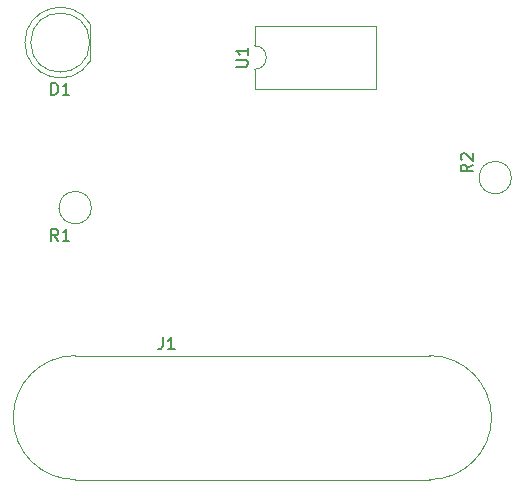
<source format=gbr>
%TF.GenerationSoftware,KiCad,Pcbnew,5.1.6-c6e7f7d~87~ubuntu20.04.1*%
%TF.CreationDate,2020-07-24T18:34:01-04:00*%
%TF.ProjectId,GettingStarted,47657474-696e-4675-9374-61727465642e,rev?*%
%TF.SameCoordinates,Original*%
%TF.FileFunction,Legend,Top*%
%TF.FilePolarity,Positive*%
%FSLAX46Y46*%
G04 Gerber Fmt 4.6, Leading zero omitted, Abs format (unit mm)*
G04 Created by KiCad (PCBNEW 5.1.6-c6e7f7d~87~ubuntu20.04.1) date 2020-07-24 18:34:01*
%MOMM*%
%LPD*%
G01*
G04 APERTURE LIST*
%ADD10C,0.120000*%
%ADD11C,0.150000*%
G04 APERTURE END LIST*
D10*
%TO.C,D1*%
X130770000Y-82550000D02*
G75*
G03*
X130770000Y-82550000I-2500000J0D01*
G01*
X130830000Y-84095000D02*
X130830000Y-81005000D01*
X125280000Y-82549538D02*
G75*
G03*
X130830000Y-84094830I2990000J-462D01*
G01*
X125280000Y-82550462D02*
G75*
G02*
X130830000Y-81005170I2990000J462D01*
G01*
%TO.C,J1*%
X129540000Y-119550000D02*
X159540000Y-119550000D01*
X159540000Y-109050000D02*
X129540000Y-109050000D01*
X159540000Y-119550000D02*
G75*
G03*
X159540000Y-109050000I0J5250000D01*
G01*
X129540000Y-109050000D02*
G75*
G03*
X129540000Y-119550000I0J-5250000D01*
G01*
%TO.C,R1*%
X130910000Y-96520000D02*
G75*
G03*
X130910000Y-96520000I-1370000J0D01*
G01*
X128170000Y-96520000D02*
X128100000Y-96520000D01*
%TO.C,R2*%
X165100000Y-92610000D02*
X165100000Y-92540000D01*
X166470000Y-93980000D02*
G75*
G03*
X166470000Y-93980000I-1370000J0D01*
G01*
%TO.C,U1*%
X144720000Y-84820000D02*
X144720000Y-86470000D01*
X144720000Y-86470000D02*
X155000000Y-86470000D01*
X155000000Y-86470000D02*
X155000000Y-81170000D01*
X155000000Y-81170000D02*
X144720000Y-81170000D01*
X144720000Y-81170000D02*
X144720000Y-82820000D01*
X144720000Y-82820000D02*
G75*
G02*
X144720000Y-84820000I0J-1000000D01*
G01*
%TO.C,D1*%
D11*
X127531904Y-86962380D02*
X127531904Y-85962380D01*
X127770000Y-85962380D01*
X127912857Y-86010000D01*
X128008095Y-86105238D01*
X128055714Y-86200476D01*
X128103333Y-86390952D01*
X128103333Y-86533809D01*
X128055714Y-86724285D01*
X128008095Y-86819523D01*
X127912857Y-86914761D01*
X127770000Y-86962380D01*
X127531904Y-86962380D01*
X129055714Y-86962380D02*
X128484285Y-86962380D01*
X128770000Y-86962380D02*
X128770000Y-85962380D01*
X128674761Y-86105238D01*
X128579523Y-86200476D01*
X128484285Y-86248095D01*
%TO.C,J1*%
X136956666Y-107502380D02*
X136956666Y-108216666D01*
X136909047Y-108359523D01*
X136813809Y-108454761D01*
X136670952Y-108502380D01*
X136575714Y-108502380D01*
X137956666Y-108502380D02*
X137385238Y-108502380D01*
X137670952Y-108502380D02*
X137670952Y-107502380D01*
X137575714Y-107645238D01*
X137480476Y-107740476D01*
X137385238Y-107788095D01*
%TO.C,R1*%
X128103333Y-99342380D02*
X127770000Y-98866190D01*
X127531904Y-99342380D02*
X127531904Y-98342380D01*
X127912857Y-98342380D01*
X128008095Y-98390000D01*
X128055714Y-98437619D01*
X128103333Y-98532857D01*
X128103333Y-98675714D01*
X128055714Y-98770952D01*
X128008095Y-98818571D01*
X127912857Y-98866190D01*
X127531904Y-98866190D01*
X129055714Y-99342380D02*
X128484285Y-99342380D01*
X128770000Y-99342380D02*
X128770000Y-98342380D01*
X128674761Y-98485238D01*
X128579523Y-98580476D01*
X128484285Y-98628095D01*
%TO.C,R2*%
X163182380Y-92876666D02*
X162706190Y-93210000D01*
X163182380Y-93448095D02*
X162182380Y-93448095D01*
X162182380Y-93067142D01*
X162230000Y-92971904D01*
X162277619Y-92924285D01*
X162372857Y-92876666D01*
X162515714Y-92876666D01*
X162610952Y-92924285D01*
X162658571Y-92971904D01*
X162706190Y-93067142D01*
X162706190Y-93448095D01*
X162277619Y-92495714D02*
X162230000Y-92448095D01*
X162182380Y-92352857D01*
X162182380Y-92114761D01*
X162230000Y-92019523D01*
X162277619Y-91971904D01*
X162372857Y-91924285D01*
X162468095Y-91924285D01*
X162610952Y-91971904D01*
X163182380Y-92543333D01*
X163182380Y-91924285D01*
%TO.C,U1*%
X143172380Y-84581904D02*
X143981904Y-84581904D01*
X144077142Y-84534285D01*
X144124761Y-84486666D01*
X144172380Y-84391428D01*
X144172380Y-84200952D01*
X144124761Y-84105714D01*
X144077142Y-84058095D01*
X143981904Y-84010476D01*
X143172380Y-84010476D01*
X144172380Y-83010476D02*
X144172380Y-83581904D01*
X144172380Y-83296190D02*
X143172380Y-83296190D01*
X143315238Y-83391428D01*
X143410476Y-83486666D01*
X143458095Y-83581904D01*
%TD*%
M02*

</source>
